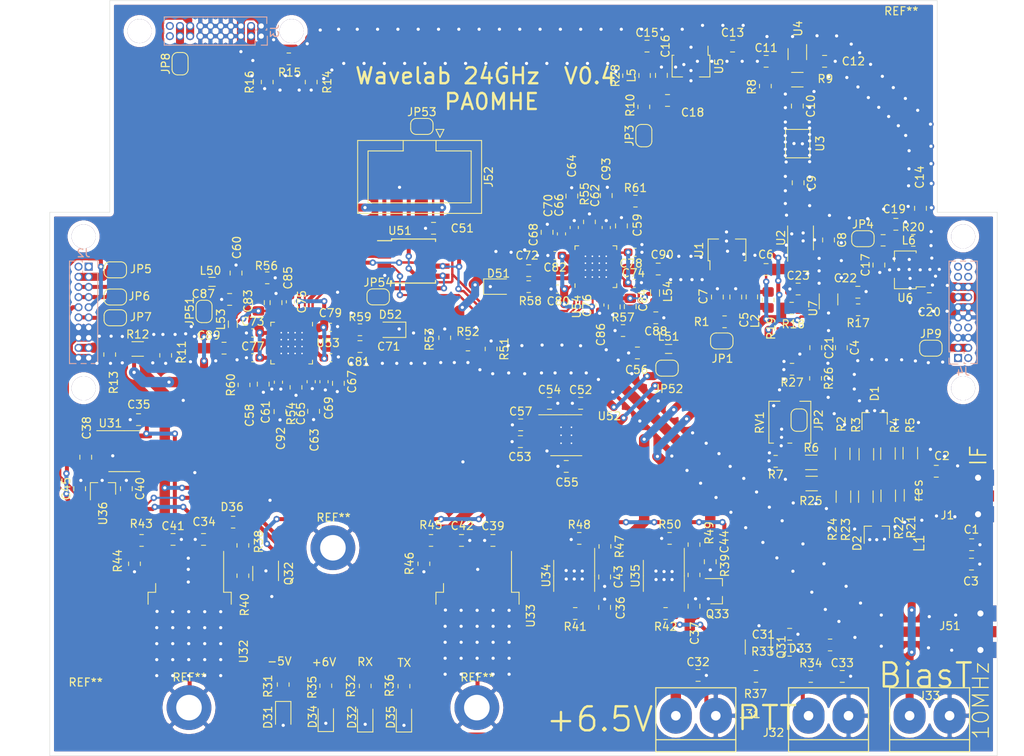
<source format=kicad_pcb>
(kicad_pcb (version 20211014) (generator pcbnew)

  (general
    (thickness 1.6)
  )

  (paper "A4")
  (layers
    (0 "F.Cu" signal)
    (31 "B.Cu" signal)
    (32 "B.Adhes" user "B.Adhesive")
    (33 "F.Adhes" user "F.Adhesive")
    (34 "B.Paste" user)
    (35 "F.Paste" user)
    (36 "B.SilkS" user "B.Silkscreen")
    (37 "F.SilkS" user "F.Silkscreen")
    (38 "B.Mask" user)
    (39 "F.Mask" user)
    (40 "Dwgs.User" user "User.Drawings")
    (41 "Cmts.User" user "User.Comments")
    (42 "Eco1.User" user "User.Eco1")
    (43 "Eco2.User" user "User.Eco2")
    (44 "Edge.Cuts" user)
    (45 "Margin" user)
    (46 "B.CrtYd" user "B.Courtyard")
    (47 "F.CrtYd" user "F.Courtyard")
    (48 "B.Fab" user)
    (49 "F.Fab" user)
  )

  (setup
    (pad_to_mask_clearance 0)
    (pcbplotparams
      (layerselection 0x00010fc_ffffffff)
      (disableapertmacros false)
      (usegerberextensions false)
      (usegerberattributes true)
      (usegerberadvancedattributes true)
      (creategerberjobfile true)
      (svguseinch false)
      (svgprecision 6)
      (excludeedgelayer true)
      (plotframeref false)
      (viasonmask false)
      (mode 1)
      (useauxorigin false)
      (hpglpennumber 1)
      (hpglpenspeed 20)
      (hpglpendiameter 15.000000)
      (dxfpolygonmode true)
      (dxfimperialunits true)
      (dxfusepcbnewfont true)
      (psnegative false)
      (psa4output false)
      (plotreference true)
      (plotvalue true)
      (plotinvisibletext false)
      (sketchpadsonfab false)
      (subtractmaskfromsilk false)
      (outputformat 1)
      (mirror false)
      (drillshape 0)
      (scaleselection 1)
      (outputdirectory "")
    )
  )

  (net 0 "")
  (net 1 "GNDREF")
  (net 2 "BiasT")
  (net 3 "Net-(C2-Pad1)")
  (net 4 "Net-(C2-Pad2)")
  (net 5 "Net-(C4-Pad2)")
  (net 6 "Net-(C4-Pad1)")
  (net 7 "Net-(C5-Pad2)")
  (net 8 "Net-(C6-Pad1)")
  (net 9 "Net-(C6-Pad2)")
  (net 10 "Net-(C8-Pad1)")
  (net 11 "Net-(C8-Pad2)")
  (net 12 "Net-(C9-Pad1)")
  (net 13 "Net-(C9-Pad2)")
  (net 14 "Net-(C10-Pad2)")
  (net 15 "Net-(C10-Pad1)")
  (net 16 "Net-(C11-Pad2)")
  (net 17 "Net-(C12-Pad2)")
  (net 18 "Net-(C13-Pad1)")
  (net 19 "Net-(C13-Pad2)")
  (net 20 "Net-(C14-Pad1)")
  (net 21 "Net-(C14-Pad2)")
  (net 22 "Net-(C15-Pad2)")
  (net 23 "Net-(C15-Pad1)")
  (net 24 "Net-(C16-Pad2)")
  (net 25 "Net-(C17-Pad2)")
  (net 26 "Net-(C20-Pad2)")
  (net 27 "Net-(C20-Pad1)")
  (net 28 "Net-(C21-Pad2)")
  (net 29 "Net-(C21-Pad1)")
  (net 30 "Net-(C22-Pad2)")
  (net 31 "Net-(C23-Pad2)")
  (net 32 "Net-(C31-Pad1)")
  (net 33 "Net-(C32-Pad1)")
  (net 34 "+5V")
  (net 35 "Net-(C40-Pad1)")
  (net 36 "-5V")
  (net 37 "Net-(C53-Pad2)")
  (net 38 "Net-(C54-Pad2)")
  (net 39 "Net-(C55-Pad2)")
  (net 40 "+3.3VA")
  (net 41 "Net-(C58-Pad2)")
  (net 42 "Net-(C59-Pad2)")
  (net 43 "Net-(C63-Pad2)")
  (net 44 "Net-(C64-Pad2)")
  (net 45 "Net-(C67-Pad2)")
  (net 46 "Net-(C68-Pad2)")
  (net 47 "Net-(C71-Pad1)")
  (net 48 "Net-(C71-Pad2)")
  (net 49 "Net-(C72-Pad1)")
  (net 50 "Net-(C73-Pad2)")
  (net 51 "Net-(C74-Pad2)")
  (net 52 "Net-(C83-Pad2)")
  (net 53 "Net-(C83-Pad1)")
  (net 54 "Net-(C84-Pad2)")
  (net 55 "Net-(C84-Pad1)")
  (net 56 "Net-(C89-Pad2)")
  (net 57 "LO1")
  (net 58 "LO2")
  (net 59 "Net-(C90-Pad2)")
  (net 60 "Net-(C92-Pad2)")
  (net 61 "Net-(C93-Pad2)")
  (net 62 "Net-(D31-Pad1)")
  (net 63 "Net-(D34-Pad2)")
  (net 64 "Net-(D35-Pad2)")
  (net 65 "-5Vsense")
  (net 66 "Net-(D36-Pad1)")
  (net 67 "Net-(D51-Pad2)")
  (net 68 "Net-(D52-Pad2)")
  (net 69 "Net-(J2-Pad1)")
  (net 70 "Net-(J2-Pad2)")
  (net 71 "Net-(J2-Pad3)")
  (net 72 "Net-(J2-Pad7)")
  (net 73 "Net-(J2-Pad11)")
  (net 74 "Net-(J2-Pad17)")
  (net 75 "Net-(J3-Pad20)")
  (net 76 "Net-(J3-Pad19)")
  (net 77 "Net-(J3-Pad17)")
  (net 78 "Net-(J3-Pad3)")
  (net 79 "Net-(J4-Pad1)")
  (net 80 "Net-(J4-Pad2)")
  (net 81 "Net-(J4-Pad3)")
  (net 82 "Net-(J4-Pad7)")
  (net 83 "Net-(J4-Pad8)")
  (net 84 "Net-(J4-Pad17)")
  (net 85 "Net-(J4-Pad18)")
  (net 86 "Net-(J4-Pad19)")
  (net 87 "Net-(J4-Pad20)")
  (net 88 "Net-(J51-Pad1)")
  (net 89 "Net-(J52-Pad1)")
  (net 90 "Net-(J52-Pad3)")
  (net 91 "Net-(J52-Pad5)")
  (net 92 "Net-(J52-Pad4)")
  (net 93 "Net-(JP1-Pad2)")
  (net 94 "Net-(JP2-Pad1)")
  (net 95 "+5C")
  (net 96 "Net-(JP3-Pad2)")
  (net 97 "+5VP")
  (net 98 "+6V")
  (net 99 "Net-(Q31-Pad4)")
  (net 100 "Net-(Q33-Pad3)")
  (net 101 "Net-(R54-Pad2)")
  (net 102 "Net-(R55-Pad2)")
  (net 103 "Net-(U2-Pad4)")
  (net 104 "Net-(U51-Pad2)")
  (net 105 "Net-(U51-Pad3)")
  (net 106 "Net-(U53-Pad5)")
  (net 107 "Net-(U53-Pad13)")
  (net 108 "Net-(U53-Pad14)")
  (net 109 "Net-(U53-Pad15)")
  (net 110 "Net-(U53-Pad25)")
  (net 111 "Net-(U54-Pad25)")
  (net 112 "Net-(U54-Pad15)")
  (net 113 "Net-(U54-Pad14)")
  (net 114 "Net-(U54-Pad13)")
  (net 115 "Net-(U54-Pad5)")
  (net 116 "Net-(C56-Pad2)")
  (net 117 "Net-(C60-Pad2)")
  (net 118 "Net-(J32-Pad1)")
  (net 119 "Net-(JP53-Pad2)")
  (net 120 "Net-(JP54-Pad1)")
  (net 121 "Net-(C33-Pad1)")
  (net 122 "Net-(C38-Pad2)")
  (net 123 "Net-(C38-Pad1)")
  (net 124 "Net-(D32-Pad2)")
  (net 125 "Net-(Q32-Pad4)")
  (net 126 "Net-(Q33-Pad1)")
  (net 127 "Net-(R43-Pad2)")
  (net 128 "Net-(R45-Pad2)")
  (net 129 "Net-(R47-Pad2)")
  (net 130 "Net-(R49-Pad2)")
  (net 131 "Net-(U31-Pad1)")
  (net 132 "Net-(U31-Pad6)")
  (net 133 "Net-(U31-Pad7)")
  (net 134 "Net-(L6-Pad2)")
  (net 135 "Net-(D2-Pad3)")
  (net 136 "Net-(JP2-Pad2)")

  (footprint "Inductor_SMD:L_0805_2012Metric_Pad1.05x1.20mm_HandSolder" (layer "F.Cu") (at 39.8 90.7 180))

  (footprint "Capacitor_SMD:C_0805_2012Metric_Pad1.18x1.45mm_HandSolder" (layer "F.Cu") (at 46.2 103.5 90))

  (footprint "Capacitor_SMD:C_0805_2012Metric_Pad1.18x1.45mm_HandSolder" (layer "F.Cu") (at 91 83.7 -90))

  (footprint "Capacitor_SMD:C_0805_2012Metric_Pad1.18x1.45mm_HandSolder" (layer "F.Cu") (at 52.5 106.9 90))

  (footprint "Capacitor_SMD:C_0805_2012Metric_Pad1.18x1.45mm_HandSolder" (layer "F.Cu") (at 84.8 79.9625 -90))

  (footprint "Capacitor_SMD:C_0805_2012Metric_Pad1.18x1.45mm_HandSolder" (layer "F.Cu") (at 134.8 123.6 180))

  (footprint "Capacitor_SMD:C_0805_2012Metric_Pad1.18x1.45mm_HandSolder" (layer "F.Cu") (at 130.37566 114.40414))

  (footprint "Capacitor_SMD:C_0805_2012Metric_Pad1.18x1.45mm_HandSolder" (layer "F.Cu") (at 134.774999 126.024999 180))

  (footprint "Capacitor_SMD:C_0805_2012Metric_Pad1.18x1.45mm_HandSolder" (layer "F.Cu") (at 118.5 98.9375 -90))

  (footprint "Capacitor_SMD:C_0805_2012Metric_Pad1.18x1.45mm_HandSolder" (layer "F.Cu") (at 105.3 92.6 -90))

  (footprint "Capacitor_SMD:C_0805_2012Metric_Pad1.18x1.45mm_HandSolder" (layer "F.Cu") (at 109.093 89.154 180))

  (footprint "Capacitor_SMD:C_0805_2012Metric_Pad1.18x1.45mm_HandSolder" (layer "F.Cu") (at 103 92.6 -90))

  (footprint "Capacitor_SMD:C_0805_2012Metric_Pad1.18x1.45mm_HandSolder" (layer "F.Cu") (at 116.9 85.4625 -90))

  (footprint "Capacitor_SMD:C_0805_2012Metric_Pad1.18x1.45mm_HandSolder" (layer "F.Cu") (at 113.1 78.3 -90))

  (footprint "Capacitor_SMD:C_0805_2012Metric_Pad1.18x1.45mm_HandSolder" (layer "F.Cu") (at 113 68.7 -90))

  (footprint "Capacitor_SMD:C_0805_2012Metric_Pad1.18x1.45mm_HandSolder" (layer "F.Cu") (at 109.1 63.1))

  (footprint "Capacitor_SMD:C_0805_2012Metric_Pad1.18x1.45mm_HandSolder" (layer "F.Cu") (at 116.41 63.1 180))

  (footprint "Capacitor_SMD:C_0805_2012Metric_Pad1.18x1.45mm_HandSolder" (layer "F.Cu") (at 104.9 61.2))

  (footprint "Capacitor_SMD:C_0805_2012Metric_Pad1.18x1.45mm_HandSolder" (layer "F.Cu") (at 128.4 81.5 90))

  (footprint "Capacitor_SMD:C_0805_2012Metric_Pad1.18x1.45mm_HandSolder" (layer "F.Cu") (at 94.2 61.2))

  (footprint "Capacitor_SMD:C_0805_2012Metric_Pad1.18x1.45mm_HandSolder" (layer "F.Cu") (at 96 64.8625 -90))

  (footprint "Capacitor_SMD:C_0805_2012Metric_Pad1.18x1.45mm_HandSolder" (layer "F.Cu") (at 123.2 88.6 90))

  (footprint "Capacitor_SMD:C_0805_2012Metric_Pad1.18x1.45mm_HandSolder" (layer "F.Cu") (at 96.7625 68 180))

  (footprint "Capacitor_SMD:C_0805_2012Metric_Pad1.18x1.45mm_HandSolder" (layer "F.Cu") (at 125.32106 83.49996 180))

  (footprint "Capacitor_SMD:C_0805_2012Metric_Pad1.18x1.45mm_HandSolder" (layer "F.Cu") (at 129.5 92.8 180))

  (footprint "Capacitor_SMD:C_0805_2012Metric_Pad1.18x1.45mm_HandSolder" (layer "F.Cu") (at 115.3 98.9375 -90))

  (footprint "Capacitor_SMD:C_0805_2012Metric_Pad1.18x1.45mm_HandSolder" (layer "F.Cu") (at 120.5625 92 180))

  (footprint "Capacitor_SMD:C_0805_2012Metric_Pad1.18x1.45mm_HandSolder" (layer "F.Cu") (at 113.1 91.6))

  (footprint "Capacitor_SMD:C_0805_2012Metric_Pad1.18x1.45mm_HandSolder" (layer "F.Cu") (at 112.038 134.804))

  (footprint "Capacitor_SMD:C_0805_2012Metric_Pad1.18x1.45mm_HandSolder" (layer "F.Cu") (at 70.993 123.063))

  (footprint "Capacitor_SMD:C_0805_2012Metric_Pad1.18x1.45mm_HandSolder" (layer "F.Cu") (at 67.5 84))

  (footprint "Capacitor_SMD:C_0805_2012Metric_Pad1.18x1.45mm_HandSolder" (layer "F.Cu") (at 78.3625 110.7))

  (footprint "Capacitor_SMD:C_0805_2012Metric_Pad1.18x1.45mm_HandSolder" (layer "F.Cu") (at 82 105.9 180))

  (footprint "Capacitor_SMD:C_0805_2012Metric_Pad1.18x1.45mm_HandSolder" (layer "F.Cu") (at 84.1 113.8))

  (footprint "Capacitor_SMD:C_0805_2012Metric_Pad1.18x1.45mm_HandSolder" (layer "F.Cu") (at 93 99.6))

  (footprint "Capacitor_SMD:C_0805_2012Metric_Pad1.18x1.45mm_HandSolder" (layer "F.Cu") (at 78.4 108.6))

  (footprint "Capacitor_SMD:C_0805_2012Metric_Pad1.18x1.45mm_HandSolder" (layer "F.Cu") (at 42.8 89.6 -90))

  (footprint "Capacitor_SMD:C_0603_1608Metric_Pad1.08x0.95mm_HandSolder" (layer "F.Cu") (at 48.1 103.2625 90))

  (footprint "Capacitor_SMD:C_0603_1608Metric_Pad1.08x0.95mm_HandSolder" (layer "F.Cu") (at 89.1 83.9 -90))

  (footprint "Capacitor_SMD:C_0603_1608Metric_Pad1.08x0.95mm_HandSolder" (layer "F.Cu") (at 52.2 103.2 90))

  (footprint "Capacitor_SMD:C_0603_1608Metric_Pad1.08x0.95mm_HandSolder" (layer "F.Cu") (at 85.1 83.9 -90))

  (footprint "Capacitor_SMD:C_0805_2012Metric_Pad1.18x1.45mm_HandSolder" (layer "F.Cu") (at 81.7 84.5 -90))

  (footprint "Capacitor_SMD:C_0603_1608Metric_Pad1.08x0.95mm_HandSolder" (layer "F.Cu") (at 53.8 103.2 90))

  (footprint "Capacitor_SMD:C_0603_1608Metric_Pad1.08x0.95mm_HandSolder" (layer "F.Cu") (at 83.5 84.7 -90))

  (footprint "Capacitor_SMD:C_0805_2012Metric_Pad1.18x1.45mm_HandSolder" (layer "F.Cu") (at 58.3 98.8))

  (footprint "Capacitor_SMD:C_0805_2012Metric_Pad1.18x1.45mm_HandSolder" (layer "F.Cu") (at 79.4 89.3 180))

  (footprint "Capacitor_SMD:C_0603_1608Metric_Pad1.08x0.95mm_HandSolder" (layer "F.Cu") (at 44.9 97.1))

  (footprint "Capacitor_SMD:C_0603_1608Metric_Pad1.08x0.95mm_HandSolder" (layer "F.Cu") (at 92.6 90.9 180))

  (footprint "Capacitor_SMD:C_0603_1608Metric_Pad1.08x0.95mm_HandSolder" (layer "F.Cu") (at 49.6 93.2 -90))

  (footprint "Capacitor_SMD:C_0603_1608Metric_Pad1.08x0.95mm_HandSolder" (layer "F.Cu") (at 88.3 93.6 90))

  (footprint "Capacitor_SMD:C_0603_1608Metric_Pad1.08x0.95mm_HandSolder" (layer "F.Cu") (at 44.9 100.2))

  (footprint "Capacitor_SMD:C_0603_1608Metric_Pad1.08x0.95mm_HandSolder" (layer "F.Cu") (at 92.7 87 180))

  (footprint "Capacitor_SMD:C_0603_1608Metric_Pad1.08x0.95mm_HandSolder" (layer "F.Cu") (at 54.6 96.4 180))

  (footprint "Capacitor_SMD:C_0603_1608Metric_Pad1.08x0.95mm_HandSolder" (layer "F.Cu") (at 83 91.6))

  (footprint "Capacitor_SMD:C_0805_2012Metric_Pad1.18x1.45mm_HandSolder" (layer "F.Cu") (at 45.6 93.3 -90))

  (footprint "Capacitor_SMD:C_0805_2012Metric_Pad1.18x1.45mm_HandSolder" (layer "F.Cu") (at 92.1 93.8 90))

  (footprint "Capacitor_SMD:C_0805_2012Metric_Pad1.18x1.45mm_HandSolder" (layer "F.Cu") (at 47.8 93.3 -90))

  (footprint "Capacitor_SMD:C_0805_2012Metric_Pad1.18x1.45mm_HandSolder" (layer "F.Cu") (at 90.1 93.8375 90))

  (footprint "Capacitor_SMD:C_0805_2012Metric_Pad1.18x1.45mm_HandSolder" (layer "F.Cu") (at 42 92.9))

  (footprint "Capacitor_SMD:C_0805_2012Metric_Pad1.18x1.45mm_HandSolder" (layer "F.Cu") (at 95.3 95.2 180))

  (footprint "Capacitor_SMD:C_0805_2012Metric_Pad1.18x1.45mm_HandSolder" (layer "F.Cu") (at 41.3 99))

  (footprint "Capacitor_SMD:C_0805_2012Metric_Pad1.18x1.45mm_HandSolder" (layer "F.Cu") (at 95.6 89.1 180))

  (footprint "Capacitor_SMD:C_0805_2012Metric_Pad1.18x1.45mm_HandSolder" (layer "F.Cu")
    (tedit 5F68FEEF) (tstamp 00000000-0000-0000-0000-0000619d958b)
    (at 48.3 106.9375 90)
    (descr "Capacitor SMD 0805 (2012 Metric), square (rectangular) end terminal, IPC_7351 nominal with elongated pad for handsoldering. (Body size source: IPC-SM-782 page 76, https://www.pcb-3d.com/wordpress/wp-content/uploads/ipc-sm-782a_amendment_1_and_2.pdf, https://docs.google.com/spreadsheets/d/1BsfQQcO9C6DZCsRaXUlFlo91Tg2WpOkGARC1WS5S8t0/edit?usp=sharing), generated with kicad-footprint-generator")
    (tags "capacitor handsolder")
    (path "/00000000-0000-0000-0000-000060891de5/00000000-0000-0000-0000-0000603eec86")
    (attr smd)
    (fp_text reference "C92" (at -3.3625 0.1 90) (layer "F.SilkS")
      (effects (font (size 1 1) (thickness 0.15)))
      (tstamp 0ccb22d9-aafe-4c12-a355-51dbd04e35bf)
    )
    (fp_text value "470p" (at 0 1.68 90) (layer "F.Fab")
      (effects (font (size 1 1) (thickness 0.15)))
      (tstamp 52b1a188-cfa8-46c9-be96-0bde51054833)
    )
    (fp_text user "${REFERENCE}" (at 0 0 90) (layer "F.Fab")
      (effects (font (size 0.5 0.5) (thickness 0.08)))
      (tstamp a4650ee6-64bb-456f-9862-a81ae1cd6df2)
    )
    (fp_line (start -0.261252 0.735) (end 0.261252 0.735) (layer "F.SilkS") (width 0.12) (tstamp 4bd7d652-be40-4774-952d-09d75538c588))
    (fp_line (start -0.261252 -0.735) (end 0.261252 -0.735) (layer "F.SilkS") (width 0.12) (tstamp f73dd991-1a6e-4632-9b85-d07b101b8b99))
    (fp_line (start 1.88 0.98) (end -1.88 0.98) (layer "F.CrtYd") (width 0.05) (tstamp 2c5a5355-2f68-4a36-9bb3-75b36eacd845))
    (fp_line (start -1.88 0.98) (end -1.88 -0.98) (layer "F.CrtYd") (width 0.05) (tstamp 363b3bcd-b917-47d6-a2d5-c2f955aad875))
    (fp_line (start -1.88 -0.98) (end 1.88 -0.98) (layer "F.CrtYd") (width 0.05) (tstamp 904f328e-c8bd-4769-8074-520431d59198))
    (fp_line (start 1.88 -0.98) (end 1.88 0.98) (layer "F.CrtYd") (width 0.05) (tstamp f907c722-ae8e-47be-abfd-2800405825f1))
    (fp_line (start 1 0.625) (end -1 0.625) (layer "F.Fab") (width 0.1) (tstamp 1d495025-7950-45ee-879a-5cea3f7a5142))
    (fp_line (start -1 -0.625) (end 1 -0.625) (layer "F.Fab") (width 0.1) (tstamp 2e294af5-fa21-439c-905a-aabaef426c3c))
    (fp_line (start 1 -0.625) (end 1 0.625) (layer "F.Fab") (width 0.1) (tstamp 31720efd-c49c-4bbd-81c5-f731fb50fa96))
    (fp_line (start -1 0.625) (end -1 -0.625) (layer "F.Fab") (width 0.1) (tstamp 79837e95-ffa9-4904-983f-507b482164e9))
    (pad "1" smd roundrect locked (at -1.0375 0 90) (size 1.175 1.45) (layers "F.Cu" "F.Paste" "F.Mask
... [1130485 chars truncated]
</source>
